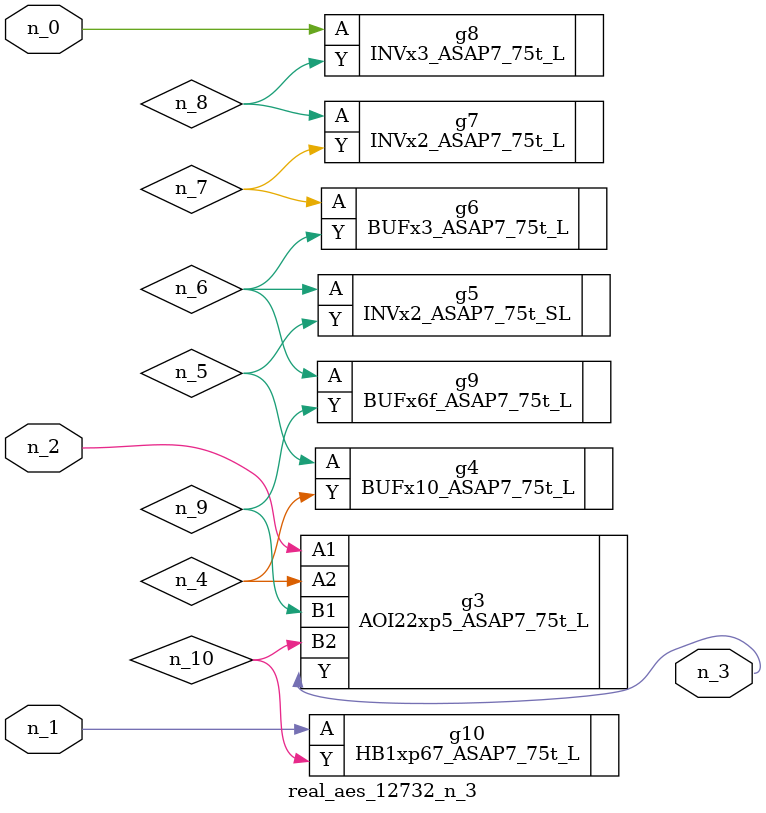
<source format=v>
module real_aes_12732_n_3 (n_0, n_2, n_1, n_3);
input n_0;
input n_2;
input n_1;
output n_3;
wire n_4;
wire n_5;
wire n_7;
wire n_9;
wire n_6;
wire n_8;
wire n_10;
INVx3_ASAP7_75t_L g8 ( .A(n_0), .Y(n_8) );
HB1xp67_ASAP7_75t_L g10 ( .A(n_1), .Y(n_10) );
AOI22xp5_ASAP7_75t_L g3 ( .A1(n_2), .A2(n_4), .B1(n_9), .B2(n_10), .Y(n_3) );
BUFx10_ASAP7_75t_L g4 ( .A(n_5), .Y(n_4) );
INVx2_ASAP7_75t_SL g5 ( .A(n_6), .Y(n_5) );
BUFx6f_ASAP7_75t_L g9 ( .A(n_6), .Y(n_9) );
BUFx3_ASAP7_75t_L g6 ( .A(n_7), .Y(n_6) );
INVx2_ASAP7_75t_L g7 ( .A(n_8), .Y(n_7) );
endmodule
</source>
